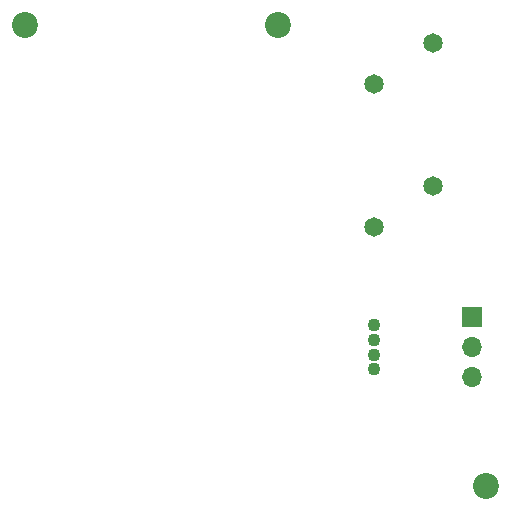
<source format=gbr>
%TF.GenerationSoftware,KiCad,Pcbnew,(6.0.5-0)*%
%TF.CreationDate,2022-07-05T23:07:10-07:00*%
%TF.ProjectId,gigablox-nano-rvp,67696761-626c-46f7-982d-6e616e6f2d72,rev?*%
%TF.SameCoordinates,PX5a1f4a0PY3e77360*%
%TF.FileFunction,Soldermask,Bot*%
%TF.FilePolarity,Negative*%
%FSLAX46Y46*%
G04 Gerber Fmt 4.6, Leading zero omitted, Abs format (unit mm)*
G04 Created by KiCad (PCBNEW (6.0.5-0)) date 2022-07-05 23:07:10*
%MOMM*%
%LPD*%
G01*
G04 APERTURE LIST*
%ADD10C,2.200000*%
%ADD11C,1.650000*%
%ADD12C,1.100000*%
%ADD13O,1.700000X1.700000*%
%ADD14R,1.700000X1.700000*%
G04 APERTURE END LIST*
D10*
%TO.C,H3*%
X41300000Y2300000D03*
%TD*%
%TO.C,H2*%
X2300000Y41300000D03*
%TD*%
%TO.C,H1*%
X23700000Y41300000D03*
%TD*%
D11*
%TO.C,J4*%
X31865000Y24225000D03*
X36865000Y27725000D03*
%TD*%
D12*
%TO.C,J3*%
X31865000Y12160000D03*
X31865000Y13410000D03*
X31865000Y14660000D03*
X31865000Y15910000D03*
%TD*%
D13*
%TO.C,J2*%
X40120000Y11525000D03*
X40120000Y14065000D03*
D14*
X40120000Y16605000D03*
%TD*%
D11*
%TO.C,J1*%
X31865000Y36290000D03*
X36865000Y39790000D03*
%TD*%
M02*

</source>
